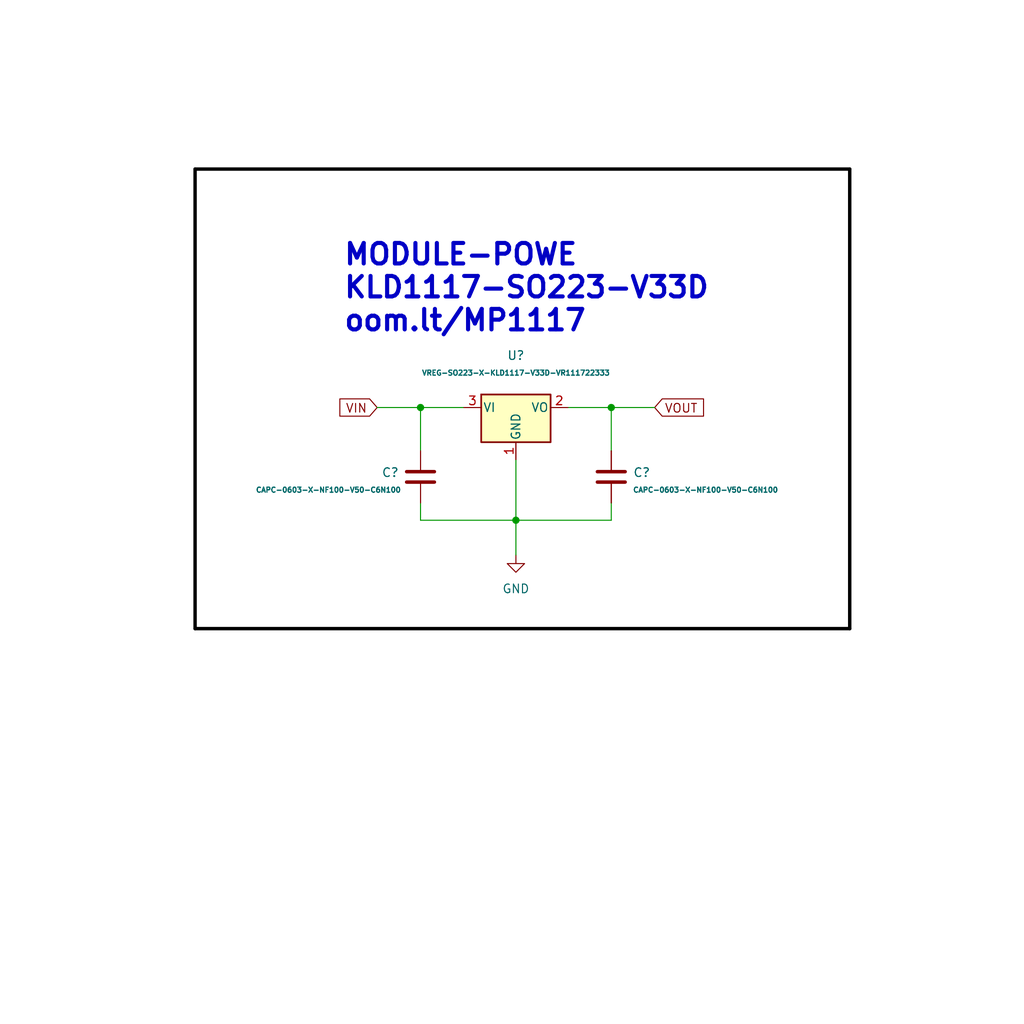
<source format=kicad_sch>
(kicad_sch (version 20211123) (generator eeschema)
  (paper "User" 150.012 150.012)
  (lib_symbols
    (symbol "oomlout_OOMP_parts:CAPC-0603-X-NF100-V50-C6N100" (pin_numbers hide) (pin_names (offset 0.254))
      (property "Reference" "C" (at 0.635 2.54 0))
      (property "Value" "CAPC-0603-X-NF100-V50-C6N100" (at 0.635 -2.54 0))
      (symbol "CAPC-0603-X-NF100-V50-C6N100_0_1"
        (polyline (pts (xy -2.032 -0.762) (xy 2.032 -0.762)) (stroke (width 0.508)))
        (polyline (pts (xy -2.032 0.762) (xy 2.032 0.762)) (stroke (width 0.508)))
      )
      (symbol "CAPC-0603-X-NF100-V50-C6N100_1_1"
        (pin passive line (at 0 3.81 270) (length 2.794) (name "~") (number "1"))
        (pin passive line (at 0 -3.81 90) (length 2.794) (name "~") (number "2"))
      )
    )
    (symbol "oomlout_OOMP_parts:VREG-SO223-X-KLD1117-V33D-VR111722333" (pin_names (offset 0.254))
      (property "Reference" "U" (at -3.81 3.175 0))
      (property "Value" "VREG-SO223-X-KLD1117-V33D-VR111722333" (at 0 3.175 0))
      (symbol "VREG-SO223-X-KLD1117-V33D-VR111722333_0_1"
        (rectangle (start -5.08 -5.08) (end 5.08 1.905) (stroke (width 0.254)) (fill (type background)))
      )
      (symbol "VREG-SO223-X-KLD1117-V33D-VR111722333_1_1"
        (pin power_in line (at 0 -7.62 90) (length 2.54) (name "GND") (number "1"))
        (pin power_out line (at 7.62 0 180) (length 2.54) (name "VO") (number "2"))
        (pin power_in line (at -7.62 0 0) (length 2.54) (name "VI") (number "3"))
      )
    )
    (symbol "power:GND" (power) (pin_names (offset 0))
      (property "Value" "GND" (at 0 -3.81 0))
      (symbol "GND_0_1"
        (polyline (pts (xy 0 0) (xy 0 -1.27) (xy 1.27 -1.27) (xy 0 -2.54) (xy -1.27 -1.27) (xy 0 -1.27)))
      )
      (symbol "GND_1_1"
        (pin power_in line (at 0 0 270) (length 0) hide (name "GND") (number "1"))
      )
    )
  )
  (junction (at 89.535 59.69))
  (junction (at 75.565 76.2))
  (junction (at 61.595 59.69))
  (wire (pts (xy 83.185 59.69) (xy 89.535 59.69)))
  (polyline (pts (xy 28.575 24.765) (xy 124.46 24.765)) (stroke (width 0.5) (type solid) (color 0 0 0 1)))
  (wire (pts (xy 89.535 59.69) (xy 89.535 66.04)))
  (wire (pts (xy 89.535 76.2) (xy 75.565 76.2)))
  (polyline (pts (xy 124.46 92.075) (xy 124.46 24.765)) (stroke (width 0.5) (type solid) (color 0 0 0 1)))
  (wire (pts (xy 55.245 59.69) (xy 61.595 59.69)))
  (polyline (pts (xy 28.575 24.765) (xy 28.575 92.075)) (stroke (width 0.5) (type solid) (color 0 0 0 1)))
  (wire (pts (xy 61.595 59.69) (xy 67.945 59.69)))
  (polyline (pts (xy 28.575 92.075) (xy 124.46 92.075)) (stroke (width 0.5) (type solid) (color 0 0 0 1)))
  (wire (pts (xy 75.565 76.2) (xy 61.595 76.2)))
  (wire (pts (xy 89.535 73.66) (xy 89.535 76.2)))
  (wire (pts (xy 75.565 76.2) (xy 75.565 81.28)))
  (wire (pts (xy 61.595 59.69) (xy 61.595 66.04)))
  (wire (pts (xy 75.565 67.31) (xy 75.565 76.2)))
  (wire (pts (xy 89.535 59.69) (xy 95.885 59.69)))
  (wire (pts (xy 61.595 76.2) (xy 61.595 73.66)))
  (text "MODULE-POWE\nKLD1117-SO223-V33D\noom.lt/MP1117" (at 50.165 48.895 0) (effects (font (size 3 3) (thickness 0.6) bold) (justify left bottom)))
  (global_label "VIN" (shape input) (at 55.245 59.69 180) (property "Intersheet References" "${INTERSHEET_REFS}" (effects hide)))
  (global_label "VOUT" (shape input) (at 95.885 59.69 0) (property "Intersheet References" "${INTERSHEET_REFS}" (effects hide)))
  (symbol (lib_id "oomlout_OOMP_parts:CAPC-0603-X-NF100-V50-C6N100") (at 61.595 69.85 0) (mirror y) (unit 1)
    (property "Reference" "C?" (at 55.88 69.215 0) (effects (justify right)))
    (property "Value" "CAPC-0603-X-NF100-V50-C6N100" (at 37.465 71.755 0) (effects (font (size 0.75 0.75)) (justify right)))
    (property "Footprint" "oomlout_OOMP_parts:CAPC-0603-X-NF100-V50-C6N100" (effects hide))
    (property "Datasheet" "oom.lt/C6N100" (effects hide))
  )
  (symbol (lib_id "power:GND") (at 75.565 81.28 0) (unit 1)
    (property "Reference" "#PWR?" (effects hide))
    (property "Value" "GND" (at 75.565 86.2356 0))
  )
  (symbol (lib_id "oomlout_OOMP_parts:CAPC-0603-X-NF100-V50-C6N100") (at 89.535 69.85 0) (unit 1)
    (property "Reference" "C?" (at 92.71 69.2149 0) (effects (justify left)))
    (property "Value" "CAPC-0603-X-NF100-V50-C6N100" (at 92.71 71.7549 0) (effects (font (size 0.75 0.75)) (justify left)))
    (property "Footprint" "oomlout_OOMP_parts:CAPC-0603-X-NF100-V50-C6N100" (effects hide))
    (property "Datasheet" "oom.lt/C6N100" (effects hide))
  )
  (symbol (lib_id "oomlout_OOMP_parts:VREG-SO223-X-KLD1117-V33D-VR111722333") (at 75.565 59.69 0) (unit 1)
    (property "Reference" "U?" (at 75.565 52.07 0))
    (property "Value" "VREG-SO223-X-KLD1117-V33D-VR111722333" (at 75.565 54.61 0) (effects (font (size 0.75 0.75))))
    (property "Footprint" "oomlout_OOMP_parts:VREG-SO223-X-KLD1117-V33D-VR111722333" (effects hide))
    (property "Datasheet" "oom.lt/VR111722333" (effects hide))
  )
)
</source>
